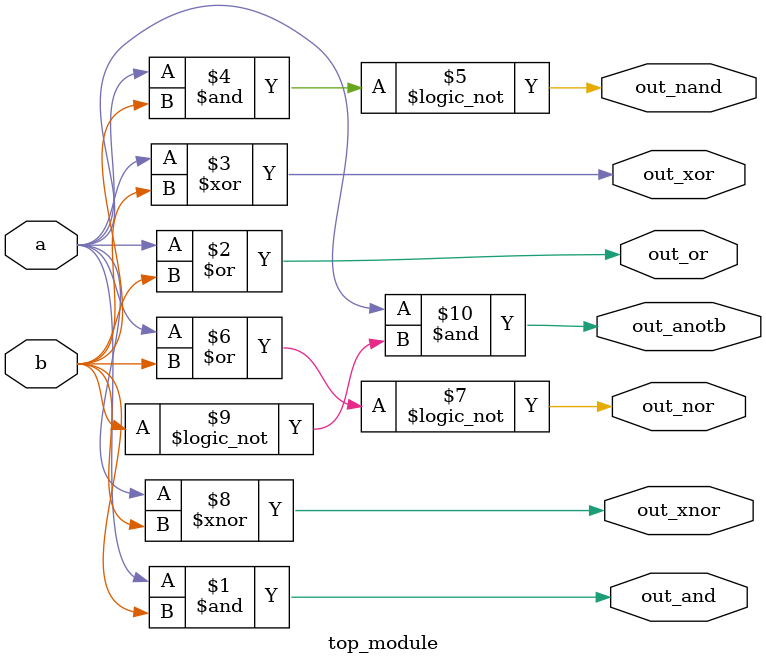
<source format=v>
module top_module( 
    input a, b,
    output out_and,
    output out_or,
    output out_xor,
    output out_nand,
    output out_nor,
    output out_xnor,
    output out_anotb
);
  
  assign out_and = a & b;
  assign out_or = a | b;
  assign out_xor = a ^ b;
  assign out_nand = ! (a & b);
  assign out_nor = ! (a | b);
  assign out_xnor = a ~^ b;
  assign out_anotb = a & (! b);

endmodule


</source>
